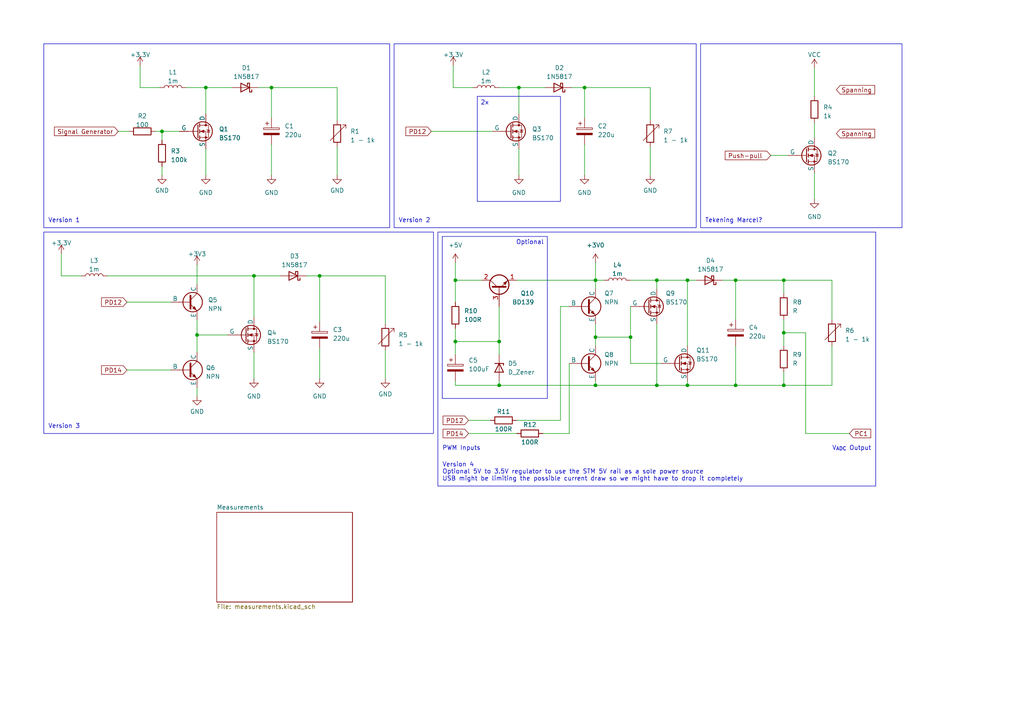
<source format=kicad_sch>
(kicad_sch (version 20230121) (generator eeschema)
  (paper "A4")
  (lib_symbols
    (symbol "Device:C_Polarized" (pin_numbers hide) (pin_names (offset 0.254))
      (property "Reference" "C" (at 0.635 2.54 0))
      (property "Value" "C_Polarized" (at 0.635 -2.54 0))
      (symbol "C_Polarized_0_1"
        (rectangle (start -2.286 0.508) (end 2.286 1.016))
        (polyline (pts (xy -1.778 2.286) (xy -0.762 2.286)))
        (polyline (pts (xy -1.27 2.794) (xy -1.27 1.778)))
        (rectangle (start 2.286 -0.508) (end -2.286 -1.016) (fill (type outline)))
      )
      (symbol "C_Polarized_1_1"
        (pin passive line (at 0 3.81 270) (length 2.794) (name "~") (number "1"))
        (pin passive line (at 0 -3.81 90) (length 2.794) (name "~") (number "2"))
      )
    )
    (symbol "Device:D_Schottky" (pin_numbers hide) (pin_names (offset 1.016) hide)
      (property "Reference" "D" (at 0 2.54 0))
      (property "Value" "D_Schottky" (at 0 -2.54 0))
      (symbol "D_Schottky_0_1"
        (polyline (pts (xy 1.27 0) (xy -1.27 0)))
        (polyline (pts (xy 1.27 1.27) (xy 1.27 -1.27) (xy -1.27 0) (xy 1.27 1.27)) (stroke (width 0.254)))
        (polyline (pts (xy -1.905 0.635) (xy -1.905 1.27) (xy -1.27 1.27) (xy -1.27 -1.27) (xy -0.635 -1.27) (xy -0.635 -0.635)) (stroke (width 0.254)))
      )
      (symbol "D_Schottky_1_1"
        (pin passive line (at -3.81 0 0) (length 2.54) (name "K") (number "1"))
        (pin passive line (at 3.81 0 180) (length 2.54) (name "A") (number "2"))
      )
    )
    (symbol "Device:D_Zener" (pin_numbers hide) (pin_names (offset 1.016) hide)
      (property "Reference" "D" (at 0 2.54 0))
      (property "Value" "D_Zener" (at 0 -2.54 0))
      (symbol "D_Zener_0_1"
        (polyline (pts (xy 1.27 0) (xy -1.27 0)))
        (polyline (pts (xy -1.27 -1.27) (xy -1.27 1.27) (xy -0.762 1.27)) (stroke (width 0.254)))
        (polyline (pts (xy 1.27 -1.27) (xy 1.27 1.27) (xy -1.27 0) (xy 1.27 -1.27)) (stroke (width 0.254)))
      )
      (symbol "D_Zener_1_1"
        (pin passive line (at -3.81 0 0) (length 2.54) (name "K") (number "1"))
        (pin passive line (at 3.81 0 180) (length 2.54) (name "A") (number "2"))
      )
    )
    (symbol "Device:L" (pin_numbers hide) (pin_names (offset 1.016) hide)
      (property "Reference" "L" (at -1.27 0 90))
      (property "Value" "L" (at 1.905 0 90))
      (symbol "L_0_1"
        (arc (start 0 -2.54) (mid 0.6323 -1.905) (end 0 -1.27))
        (arc (start 0 -1.27) (mid 0.6323 -0.635) (end 0 0))
        (arc (start 0 0) (mid 0.6323 0.635) (end 0 1.27))
        (arc (start 0 1.27) (mid 0.6323 1.905) (end 0 2.54))
      )
      (symbol "L_1_1"
        (pin passive line (at 0 3.81 270) (length 1.27) (name "1") (number "1"))
        (pin passive line (at 0 -3.81 90) (length 1.27) (name "2") (number "2"))
      )
    )
    (symbol "Device:R" (pin_numbers hide) (pin_names (offset 0))
      (property "Reference" "R" (at 2.032 0 90))
      (property "Value" "R" (at 0 0 90))
      (symbol "R_0_1"
        (rectangle (start -1.016 -2.54) (end 1.016 2.54) (stroke (width 0.254)))
      )
      (symbol "R_1_1"
        (pin passive line (at 0 3.81 270) (length 1.27) (name "~") (number "1"))
        (pin passive line (at 0 -3.81 90) (length 1.27) (name "~") (number "2"))
      )
    )
    (symbol "Device:R_Variable" (pin_numbers hide) (pin_names (offset 0))
      (property "Reference" "R" (at 2.54 -2.54 90))
      (property "Value" "R_Variable" (at -2.54 -1.27 90))
      (symbol "R_Variable_0_1"
        (rectangle (start -1.016 -2.54) (end 1.016 2.54) (stroke (width 0.254)))
        (polyline (pts (xy 2.54 1.524) (xy 2.54 2.54) (xy 1.524 2.54) (xy 2.54 2.54) (xy -2.032 -2.032)))
      )
      (symbol "R_Variable_1_1"
        (pin passive line (at 0 3.81 270) (length 1.27) (name "~") (number "1"))
        (pin passive line (at 0 -3.81 90) (length 1.27) (name "~") (number "2"))
      )
    )
    (symbol "Simulation_SPICE:NMOS" (pin_numbers hide) (pin_names (offset 0))
      (property "Reference" "Q" (at 5.08 1.27 0))
      (property "Value" "NMOS" (at 5.08 -1.27 0))
      (symbol "NMOS_0_1"
        (polyline (pts (xy 0.254 0) (xy -2.54 0)))
        (polyline (pts (xy 0.254 1.905) (xy 0.254 -1.905)) (stroke (width 0.254)))
        (polyline (pts (xy 0.762 -1.27) (xy 0.762 -2.286)) (stroke (width 0.254)))
        (polyline (pts (xy 0.762 0.508) (xy 0.762 -0.508)) (stroke (width 0.254)))
        (polyline (pts (xy 0.762 2.286) (xy 0.762 1.27)) (stroke (width 0.254)))
        (polyline (pts (xy 2.54 2.54) (xy 2.54 1.778)))
        (polyline (pts (xy 2.54 -2.54) (xy 2.54 0) (xy 0.762 0)))
        (polyline (pts (xy 0.762 -1.778) (xy 3.302 -1.778) (xy 3.302 1.778) (xy 0.762 1.778)))
        (polyline (pts (xy 1.016 0) (xy 2.032 0.381) (xy 2.032 -0.381) (xy 1.016 0)) (fill (type outline)))
        (polyline (pts (xy 2.794 0.508) (xy 2.921 0.381) (xy 3.683 0.381) (xy 3.81 0.254)))
        (polyline (pts (xy 3.302 0.381) (xy 2.921 -0.254) (xy 3.683 -0.254) (xy 3.302 0.381)))
        (circle (center 1.651 0) (radius 2.794) (stroke (width 0.254)))
        (circle (center 2.54 -1.778) (radius 0.254) (fill (type outline)))
        (circle (center 2.54 1.778) (radius 0.254) (fill (type outline)))
      )
      (symbol "NMOS_1_1"
        (pin passive line (at 2.54 5.08 270) (length 2.54) (name "D") (number "1"))
        (pin input line (at -5.08 0 0) (length 2.54) (name "G") (number "2"))
        (pin passive line (at 2.54 -5.08 90) (length 2.54) (name "S") (number "3"))
      )
    )
    (symbol "Simulation_SPICE:NPN" (pin_numbers hide) (pin_names (offset 0))
      (property "Reference" "Q" (at -2.54 7.62 0))
      (property "Value" "NPN" (at -2.54 5.08 0))
      (symbol "NPN_0_1"
        (polyline (pts (xy -2.54 0) (xy 0.635 0)) (stroke (width 0.1524)))
        (polyline (pts (xy 0.635 0.635) (xy 2.54 2.54)))
        (polyline (pts (xy 2.794 -1.27) (xy 2.794 -1.27)) (stroke (width 0.1524)))
        (polyline (pts (xy 2.794 -1.27) (xy 2.794 -1.27)) (stroke (width 0.1524)))
        (polyline (pts (xy 0.635 -0.635) (xy 2.54 -2.54) (xy 2.54 -2.54)))
        (polyline (pts (xy 0.635 1.905) (xy 0.635 -1.905) (xy 0.635 -1.905)) (stroke (width 0.508)))
        (polyline (pts (xy 1.27 -1.778) (xy 1.778 -1.27) (xy 2.286 -2.286) (xy 1.27 -1.778) (xy 1.27 -1.778)) (fill (type outline)))
        (circle (center 1.27 0) (radius 2.8194) (stroke (width 0.254)))
      )
      (symbol "NPN_1_1"
        (pin open_collector line (at 2.54 5.08 270) (length 2.54) (name "C") (number "1"))
        (pin input line (at -5.08 0 0) (length 2.54) (name "B") (number "2"))
        (pin open_emitter line (at 2.54 -5.08 90) (length 2.54) (name "E") (number "3"))
      )
    )
    (symbol "Transistor_BJT:BD139" (pin_names (offset 0) hide)
      (property "Reference" "Q" (at 5.08 1.905 0))
      (property "Value" "BD139" (at 5.08 0 0))
      (symbol "BD139_0_1"
        (polyline (pts (xy 0 0) (xy 0.635 0)))
        (polyline (pts (xy 2.54 -2.54) (xy 0.635 -0.635)))
        (polyline (pts (xy 2.54 2.54) (xy 0.635 0.635)))
        (polyline (pts (xy 0.635 1.905) (xy 0.635 -1.905) (xy 0.635 -1.905)) (stroke (width 0.508)) (fill (type outline)))
        (polyline (pts (xy 1.2446 -1.778) (xy 1.7526 -1.27) (xy 2.286 -2.286) (xy 1.2446 -1.778) (xy 1.2446 -1.778)) (fill (type outline)))
        (circle (center 1.27 0) (radius 2.8194) (stroke (width 0.3048)))
      )
      (symbol "BD139_1_1"
        (pin passive line (at 2.54 -5.08 90) (length 2.54) (name "E") (number "1"))
        (pin passive line (at 2.54 5.08 270) (length 2.54) (name "C") (number "2"))
        (pin input line (at -5.08 0 0) (length 5.08) (name "B") (number "3"))
      )
    )
    (symbol "power:+3.3V" (power) (pin_names (offset 0))
      (property "Value" "+3.3V" (at 0 3.556 0))
      (symbol "+3.3V_0_1"
        (polyline (pts (xy -0.762 1.27) (xy 0 2.54)))
        (polyline (pts (xy 0 0) (xy 0 2.54)))
        (polyline (pts (xy 0 2.54) (xy 0.762 1.27)))
      )
      (symbol "+3.3V_1_1"
        (pin power_in line (at 0 0 90) (length 0) hide (name "+3.3V") (number "1"))
      )
    )
    (symbol "power:+3V0" (power) (pin_names (offset 0))
      (property "Value" "+3V0" (at 0 3.556 0))
      (symbol "+3V0_0_1"
        (polyline (pts (xy -0.762 1.27) (xy 0 2.54)))
        (polyline (pts (xy 0 0) (xy 0 2.54)))
        (polyline (pts (xy 0 2.54) (xy 0.762 1.27)))
      )
      (symbol "+3V0_1_1"
        (pin power_in line (at 0 0 90) (length 0) hide (name "+3V0") (number "1"))
      )
    )
    (symbol "power:+3V3" (power) (pin_names (offset 0))
      (property "Value" "+3V3" (at 0 3.556 0))
      (symbol "+3V3_0_1"
        (polyline (pts (xy -0.762 1.27) (xy 0 2.54)))
        (polyline (pts (xy 0 0) (xy 0 2.54)))
        (polyline (pts (xy 0 2.54) (xy 0.762 1.27)))
      )
      (symbol "+3V3_1_1"
        (pin power_in line (at 0 0 90) (length 0) hide (name "+3V3") (number "1"))
      )
    )
    (symbol "power:+5V" (power) (pin_names (offset 0))
      (property "Value" "+5V" (at 0 3.556 0))
      (symbol "+5V_0_1"
        (polyline (pts (xy -0.762 1.27) (xy 0 2.54)))
        (polyline (pts (xy 0 0) (xy 0 2.54)))
        (polyline (pts (xy 0 2.54) (xy 0.762 1.27)))
      )
      (symbol "+5V_1_1"
        (pin power_in line (at 0 0 90) (length 0) hide (name "+5V") (number "1"))
      )
    )
    (symbol "power:GND" (power) (pin_names (offset 0))
      (property "Value" "GND" (at 0 -3.81 0))
      (symbol "GND_0_1"
        (polyline (pts (xy 0 0) (xy 0 -1.27) (xy 1.27 -1.27) (xy 0 -2.54) (xy -1.27 -1.27) (xy 0 -1.27)))
      )
      (symbol "GND_1_1"
        (pin power_in line (at 0 0 270) (length 0) hide (name "GND") (number "1"))
      )
    )
    (symbol "power:VCC" (power) (pin_names (offset 0))
      (property "Value" "VCC" (at 0 3.81 0))
      (symbol "VCC_0_1"
        (polyline (pts (xy -0.762 1.27) (xy 0 2.54)))
        (polyline (pts (xy 0 0) (xy 0 2.54)))
        (polyline (pts (xy 0 2.54) (xy 0.762 1.27)))
      )
      (symbol "VCC_1_1"
        (pin power_in line (at 0 0 90) (length 0) hide (name "VCC") (number "1"))
      )
    )
  )
  (junction (at 78.74 25.4))
  (junction (at 92.71 80.01))
  (junction (at 199.39 111.76))
  (junction (at 172.72 97.79))
  (junction (at 213.36 111.76))
  (junction (at 190.5 111.76))
  (junction (at 199.39 81.28))
  (junction (at 169.545 25.4))
  (junction (at 150.495 25.4))
  (junction (at 227.33 111.76))
  (junction (at 46.99 38.1))
  (junction (at 190.5 81.28))
  (junction (at 132.08 81.28))
  (junction (at 227.33 96.52))
  (junction (at 132.08 99.06))
  (junction (at 57.15 97.155))
  (junction (at 172.72 81.28))
  (junction (at 172.72 111.76))
  (junction (at 73.66 80.01))
  (junction (at 227.33 81.28))
  (junction (at 144.78 111.76))
  (junction (at 144.78 99.06))
  (junction (at 59.69 25.4))
  (junction (at 182.88 97.79))
  (junction (at 213.36 81.28))
  (wire (pts (xy 59.69 43.18) (xy 59.69 50.8)))
  (wire (pts (xy 165.1 125.73) (xy 165.1 105.41)))
  (wire (pts (xy 227.33 111.76) (xy 241.3 111.76)))
  (wire (pts (xy 227.33 96.52) (xy 227.33 100.33)))
  (wire (pts (xy 131.445 25.4) (xy 137.16 25.4)))
  (wire (pts (xy 57.15 76.835) (xy 57.15 82.55)))
  (wire (pts (xy 227.33 81.28) (xy 227.33 85.09)))
  (wire (pts (xy 144.78 25.4) (xy 150.495 25.4)))
  (wire (pts (xy 190.5 81.28) (xy 199.39 81.28)))
  (wire (pts (xy 73.66 102.235) (xy 73.66 109.855)))
  (wire (pts (xy 150.495 25.4) (xy 158.115 25.4)))
  (wire (pts (xy 78.74 34.29) (xy 78.74 25.4)))
  (wire (pts (xy 172.72 110.49) (xy 172.72 111.76)))
  (wire (pts (xy 125.095 38.1) (xy 142.875 38.1)))
  (wire (pts (xy 227.33 81.28) (xy 241.3 81.28)))
  (wire (pts (xy 213.36 92.71) (xy 213.36 81.28)))
  (wire (pts (xy 131.445 19.05) (xy 131.445 25.4)))
  (wire (pts (xy 92.71 80.01) (xy 88.9 80.01)))
  (wire (pts (xy 172.72 76.2) (xy 172.72 81.28)))
  (wire (pts (xy 182.88 88.9) (xy 182.88 97.79)))
  (wire (pts (xy 46.99 38.1) (xy 46.99 40.64)))
  (wire (pts (xy 182.88 97.79) (xy 172.72 97.79)))
  (wire (pts (xy 46.99 38.1) (xy 52.07 38.1)))
  (wire (pts (xy 132.08 99.06) (xy 144.78 99.06)))
  (wire (pts (xy 53.975 25.4) (xy 59.69 25.4)))
  (wire (pts (xy 199.39 81.28) (xy 201.93 81.28)))
  (wire (pts (xy 97.79 34.925) (xy 97.79 25.4)))
  (wire (pts (xy 92.71 93.345) (xy 92.71 80.01)))
  (wire (pts (xy 172.72 111.76) (xy 190.5 111.76)))
  (wire (pts (xy 111.76 80.01) (xy 92.71 80.01)))
  (wire (pts (xy 213.36 100.33) (xy 213.36 111.76)))
  (wire (pts (xy 132.08 110.49) (xy 132.08 111.76)))
  (wire (pts (xy 149.86 121.92) (xy 162.56 121.92)))
  (wire (pts (xy 190.5 111.76) (xy 199.39 111.76)))
  (wire (pts (xy 182.88 81.28) (xy 190.5 81.28)))
  (wire (pts (xy 236.22 19.685) (xy 236.22 27.94)))
  (wire (pts (xy 17.78 80.01) (xy 23.495 80.01)))
  (wire (pts (xy 213.36 111.76) (xy 227.33 111.76)))
  (wire (pts (xy 150.495 43.18) (xy 150.495 50.8)))
  (wire (pts (xy 227.33 107.95) (xy 227.33 111.76)))
  (wire (pts (xy 59.69 25.4) (xy 67.31 25.4)))
  (wire (pts (xy 34.29 38.1) (xy 37.465 38.1)))
  (wire (pts (xy 169.545 41.91) (xy 169.545 50.8)))
  (wire (pts (xy 57.15 92.71) (xy 57.15 97.155)))
  (wire (pts (xy 132.08 81.28) (xy 139.7 81.28)))
  (wire (pts (xy 209.55 81.28) (xy 213.36 81.28)))
  (wire (pts (xy 132.08 81.28) (xy 132.08 87.63)))
  (wire (pts (xy 233.68 125.73) (xy 233.68 96.52)))
  (wire (pts (xy 162.56 88.9) (xy 165.1 88.9)))
  (wire (pts (xy 73.66 80.01) (xy 81.28 80.01)))
  (wire (pts (xy 190.5 81.28) (xy 190.5 83.82)))
  (wire (pts (xy 59.69 25.4) (xy 59.69 33.02)))
  (wire (pts (xy 150.495 25.4) (xy 150.495 33.02)))
  (wire (pts (xy 57.15 97.155) (xy 66.04 97.155)))
  (wire (pts (xy 199.39 110.49) (xy 199.39 111.76)))
  (wire (pts (xy 132.08 95.25) (xy 132.08 99.06)))
  (wire (pts (xy 40.64 25.4) (xy 46.355 25.4)))
  (wire (pts (xy 213.36 81.28) (xy 227.33 81.28)))
  (wire (pts (xy 172.72 93.98) (xy 172.72 97.79)))
  (wire (pts (xy 246.38 125.73) (xy 233.68 125.73)))
  (wire (pts (xy 144.78 88.9) (xy 144.78 99.06)))
  (wire (pts (xy 57.15 97.155) (xy 57.15 102.235)))
  (wire (pts (xy 241.3 100.33) (xy 241.3 111.76)))
  (wire (pts (xy 144.78 110.49) (xy 144.78 111.76)))
  (wire (pts (xy 227.33 92.71) (xy 227.33 96.52)))
  (wire (pts (xy 135.89 121.92) (xy 142.24 121.92)))
  (wire (pts (xy 31.115 80.01) (xy 73.66 80.01)))
  (wire (pts (xy 132.08 111.76) (xy 144.78 111.76)))
  (wire (pts (xy 111.76 101.6) (xy 111.76 109.855)))
  (wire (pts (xy 199.39 111.76) (xy 213.36 111.76)))
  (wire (pts (xy 78.74 41.91) (xy 78.74 50.8)))
  (wire (pts (xy 169.545 34.29) (xy 169.545 25.4)))
  (wire (pts (xy 135.89 125.73) (xy 149.86 125.73)))
  (wire (pts (xy 36.83 107.315) (xy 49.53 107.315)))
  (wire (pts (xy 111.76 80.01) (xy 111.76 93.98)))
  (wire (pts (xy 190.5 93.98) (xy 190.5 111.76)))
  (wire (pts (xy 45.085 38.1) (xy 46.99 38.1)))
  (wire (pts (xy 188.595 25.4) (xy 169.545 25.4)))
  (wire (pts (xy 188.595 34.925) (xy 188.595 25.4)))
  (wire (pts (xy 191.77 105.41) (xy 182.88 105.41)))
  (wire (pts (xy 144.78 99.06) (xy 144.78 102.87)))
  (wire (pts (xy 233.68 96.52) (xy 227.33 96.52)))
  (wire (pts (xy 236.22 35.56) (xy 236.22 40.005)))
  (wire (pts (xy 97.79 25.4) (xy 78.74 25.4)))
  (wire (pts (xy 36.83 87.63) (xy 49.53 87.63)))
  (wire (pts (xy 169.545 25.4) (xy 165.735 25.4)))
  (wire (pts (xy 172.72 81.28) (xy 172.72 83.82)))
  (wire (pts (xy 78.74 25.4) (xy 74.93 25.4)))
  (wire (pts (xy 97.79 42.545) (xy 97.79 50.8)))
  (wire (pts (xy 40.64 19.05) (xy 40.64 25.4)))
  (wire (pts (xy 241.3 81.28) (xy 241.3 92.71)))
  (wire (pts (xy 172.72 81.28) (xy 175.26 81.28)))
  (wire (pts (xy 182.88 105.41) (xy 182.88 97.79)))
  (wire (pts (xy 144.78 111.76) (xy 172.72 111.76)))
  (wire (pts (xy 223.52 45.085) (xy 228.6 45.085)))
  (wire (pts (xy 132.08 76.2) (xy 132.08 81.28)))
  (wire (pts (xy 172.72 97.79) (xy 172.72 100.33)))
  (wire (pts (xy 236.22 50.165) (xy 236.22 57.785)))
  (wire (pts (xy 92.71 100.965) (xy 92.71 109.855)))
  (wire (pts (xy 132.08 99.06) (xy 132.08 102.87)))
  (wire (pts (xy 46.99 48.26) (xy 46.99 50.8)))
  (wire (pts (xy 149.86 81.28) (xy 172.72 81.28)))
  (wire (pts (xy 73.66 80.01) (xy 73.66 92.075)))
  (wire (pts (xy 17.78 73.66) (xy 17.78 80.01)))
  (wire (pts (xy 188.595 42.545) (xy 188.595 50.8)))
  (wire (pts (xy 199.39 81.28) (xy 199.39 100.33)))
  (wire (pts (xy 57.15 112.395) (xy 57.15 114.935)))
  (wire (pts (xy 162.56 121.92) (xy 162.56 88.9)))
  (wire (pts (xy 157.48 125.73) (xy 165.1 125.73)))
  (rectangle (start 127 67.31) (end 254 140.97))
  (rectangle (start 128.27 68.58) (end 158.75 115.57))
  (rectangle (start 12.7 67.31) (end 125.73 125.73))
  (rectangle (start 12.7 12.7) (end 113.03 66.04))
  (rectangle (start 114.3 12.7) (end 201.93 66.04))
  (rectangle (start 203.2 12.7) (end 261.62 66.04))
  (text_box "2x" (at 138.43 27.94 0) (size 24.13 30.48) (effects (font (size 1.27 1.27)) (justify left top)))
  (text "Version 4\nOptional 5V to 3.5V regulator to use the STM 5V rail as a sole power source\nUSB might be limiting the possible current draw so we might have to drop it completely" (at 128.27 139.7 0) (effects (font (size 1.27 1.27)) (justify left bottom)))
  (text "Version 2" (at 115.57 64.77 0) (effects (font (size 1.27 1.27)) (justify left bottom)))
  (text "V_{ADC} Output" (at 252.73 130.81 0) (effects (font (size 1.27 1.27)) (justify right bottom)))
  (text "Tekening Marcel?" (at 204.47 64.77 0) (effects (font (size 1.27 1.27)) (justify left bottom)))
  (text "Version 3" (at 13.97 124.46 0) (effects (font (size 1.27 1.27)) (justify left bottom)))
  (text "Optional " (at 158.75 71.12 0) (effects (font (size 1.27 1.27)) (justify right bottom)))
  (text "PWM Inputs" (at 128.27 130.81 0) (effects (font (size 1.27 1.27)) (justify left bottom)))
  (text "Version 1\n" (at 13.97 64.77 0) (effects (font (size 1.27 1.27)) (justify left bottom)))
  (global_label "Spanning" (shape input) (at 242.57 26.035 0) (property "Intersheetrefs" "${INTERSHEET_REFS}" (effects hide)))
  (global_label "Push-pull " (shape input) (at 223.52 45.085 180) (property "Intersheetrefs" "${INTERSHEET_REFS}" (effects hide)))
  (global_label "PD12" (shape input) (at 135.89 121.92 180) (property "Intersheetrefs" "${INTERSHEET_REFS}" (effects hide)))
  (global_label "PD14" (shape input) (at 36.83 107.315 180) (property "Intersheetrefs" "${INTERSHEET_REFS}" (effects hide)))
  (global_label "PC1" (shape input) (at 246.38 125.73 0) (property "Intersheetrefs" "${INTERSHEET_REFS}" (effects hide)))
  (global_label "PD12" (shape input) (at 36.83 87.63 180) (property "Intersheetrefs" "${INTERSHEET_REFS}" (effects hide)))
  (global_label "PD14" (shape input) (at 135.89 125.73 180) (property "Intersheetrefs" "${INTERSHEET_REFS}" (effects hide)))
  (global_label "Spanning" (shape input) (at 242.57 38.735 0) (property "Intersheetrefs" "${INTERSHEET_REFS}" (effects hide)))
  (global_label "Signal Generator" (shape input) (at 34.29 38.1 180) (property "Intersheetrefs" "${INTERSHEET_REFS}" (effects hide)))
  (global_label "PD12" (shape input) (at 125.095 38.1 180) (property "Intersheetrefs" "${INTERSHEET_REFS}" (effects hide)))
  (symbol (lib_id "Device:R") (at 41.275 38.1 90) (unit 1)
    (property "Reference" "R2" (at 41.275 33.655 90))
    (property "Value" "100" (at 41.275 36.195 90))
  )
  (symbol (lib_id "Simulation_SPICE:NPN") (at 170.18 105.41 0) (unit 1)
    (property "Reference" "Q8" (at 175.26 102.87 0) (effects (justify left)))
    (property "Value" "NPN" (at 175.26 105.41 0) (effects (justify left)))
    (property "Sim.Device" "NPN" (effects hide))
    (property "Sim.Type" "GUMMELPOON" (effects hide))
    (property "Sim.Pins" "1=C 2=B 3=E" (effects hide))
  )
  (symbol (lib_id "power:GND") (at 150.495 50.8 0) (unit 1)
    (property "Reference" "#PWR010" (effects hide))
    (property "Value" "GND" (at 150.495 55.88 0))
  )
  (symbol (lib_id "power:GND") (at 46.99 50.8 0) (unit 1)
    (property "Reference" "#PWR04" (effects hide))
    (property "Value" "GND" (at 46.99 55.245 0))
  )
  (symbol (lib_id "power:+3.3V") (at 131.445 19.05 0) (unit 1)
    (property "Reference" "#PWR08" (effects hide))
    (property "Value" "+3.3V" (at 131.445 15.875 0))
  )
  (symbol (lib_id "Device:D_Zener") (at 144.78 106.68 270) (unit 1)
    (property "Reference" "D5" (at 147.32 105.41 90) (effects (justify left)))
    (property "Value" "D_Zener" (at 147.32 107.95 90) (effects (justify left)))
  )
  (symbol (lib_id "Device:D_Schottky") (at 205.74 81.28 180) (unit 1)
    (property "Reference" "D4" (at 206.0575 75.565 0))
    (property "Value" "1N5817" (at 206.0575 78.105 0))
  )
  (symbol (lib_id "Device:R") (at 132.08 91.44 0) (unit 1)
    (property "Reference" "R10" (at 134.62 90.17 0) (effects (justify left)))
    (property "Value" "100R" (at 134.62 92.71 0) (effects (justify left)))
  )
  (symbol (lib_id "Simulation_SPICE:NMOS") (at 187.96 88.9 0) (unit 1)
    (property "Reference" "Q9" (at 193.04 85.09 0) (effects (justify left)))
    (property "Value" "BS170" (at 193.04 87.63 0) (effects (justify left)))
    (property "Datasheet" "https://ngspice.sourceforge.io/docs/ngspice-manual.pdf" (effects hide))
    (property "Sim.Device" "NMOS" (effects hide))
    (property "Sim.Type" "VDMOS" (effects hide))
    (property "Sim.Pins" "1=D 2=G 3=S" (effects hide))
  )
  (symbol (lib_id "power:GND") (at 97.79 50.8 0) (unit 1)
    (property "Reference" "#PWR05" (effects hide))
    (property "Value" "GND" (at 97.79 55.245 0))
  )
  (symbol (lib_id "Device:C_Polarized") (at 132.08 106.68 0) (unit 1)
    (property "Reference" "C5" (at 135.89 104.521 0) (effects (justify left)))
    (property "Value" "100uF" (at 135.89 107.061 0) (effects (justify left)))
  )
  (symbol (lib_id "Simulation_SPICE:NMOS") (at 233.68 45.085 0) (unit 1)
    (property "Reference" "Q2" (at 240.03 44.45 0) (effects (justify left)))
    (property "Value" "BS170" (at 240.03 46.99 0) (effects (justify left)))
    (property "Datasheet" "https://ngspice.sourceforge.io/docs/ngspice-manual.pdf" (effects hide))
    (property "Sim.Device" "NMOS" (effects hide))
    (property "Sim.Type" "VDMOS" (effects hide))
    (property "Sim.Pins" "1=D 2=G 3=S" (effects hide))
  )
  (symbol (lib_id "Simulation_SPICE:NPN") (at 170.18 88.9 0) (unit 1)
    (property "Reference" "Q7" (at 175.26 85.09 0) (effects (justify left)))
    (property "Value" "NPN" (at 175.26 87.63 0) (effects (justify left)))
    (property "Sim.Device" "NPN" (effects hide))
    (property "Sim.Type" "GUMMELPOON" (effects hide))
    (property "Sim.Pins" "1=C 2=B 3=E" (effects hide))
  )
  (symbol (lib_id "Device:D_Schottky") (at 161.925 25.4 180) (unit 1)
    (property "Reference" "D2" (at 162.2425 19.685 0))
    (property "Value" "1N5817" (at 162.2425 22.225 0))
  )
  (symbol (lib_id "Device:R_Variable") (at 111.76 97.79 0) (unit 1)
    (property "Reference" "R5" (at 115.57 97.155 0) (effects (justify left)))
    (property "Value" "1 - 1k" (at 115.57 99.695 0) (effects (justify left)))
  )
  (symbol (lib_id "Device:L") (at 50.165 25.4 90) (unit 1)
    (property "Reference" "L1" (at 50.165 20.955 90))
    (property "Value" "1m" (at 50.165 23.495 90))
  )
  (symbol (lib_id "Transistor_BJT:BD139") (at 144.78 83.82 90) (unit 1)
    (property "Reference" "Q10" (at 154.94 85.09 90) (effects (justify left)))
    (property "Value" "BD139" (at 154.94 87.63 90) (effects (justify left)))
    (property "Footprint" "Package_TO_SOT_THT:TO-126-3_Vertical" (effects hide))
    (property "Datasheet" "http://www.st.com/internet/com/TECHNICAL_RESOURCES/TECHNICAL_LITERATURE/DATASHEET/CD00001225.pdf" (effects hide))
  )
  (symbol (lib_id "power:+5V") (at 132.08 76.2 0) (unit 1)
    (property "Reference" "#PWR018" (effects hide))
    (property "Value" "+5V" (at 132.08 71.12 0))
  )
  (symbol (lib_id "Device:L") (at 140.97 25.4 90) (unit 1)
    (property "Reference" "L2" (at 140.97 20.955 90))
    (property "Value" "1m" (at 140.97 23.495 90))
  )
  (symbol (lib_id "power:+3V0") (at 172.72 76.2 0) (unit 1)
    (property "Reference" "#PWR019" (effects hide))
    (property "Value" "+3V0" (at 172.72 71.12 0))
  )
  (symbol (lib_id "Device:D_Schottky") (at 71.12 25.4 180) (unit 1)
    (property "Reference" "D1" (at 71.4375 19.685 0))
    (property "Value" "1N5817" (at 71.4375 22.225 0))
  )
  (symbol (lib_id "Simulation_SPICE:NMOS") (at 147.955 38.1 0) (unit 1)
    (property "Reference" "Q3" (at 154.305 37.465 0) (effects (justify left)))
    (property "Value" "BS170" (at 154.305 40.005 0) (effects (justify left)))
    (property "Datasheet" "https://ngspice.sourceforge.io/docs/ngspice-manual.pdf" (effects hide))
    (property "Sim.Device" "NMOS" (effects hide))
    (property "Sim.Type" "VDMOS" (effects hide))
    (property "Sim.Pins" "1=D 2=G 3=S" (effects hide))
  )
  (symbol (lib_id "Device:R") (at 146.05 121.92 90) (unit 1)
    (property "Reference" "R11" (at 146.05 119.38 90))
    (property "Value" "100R" (at 146.05 124.46 90))
  )
  (symbol (lib_id "Device:C_Polarized") (at 213.36 96.52 0) (unit 1)
    (property "Reference" "C4" (at 217.17 94.996 0) (effects (justify left)))
    (property "Value" "220u" (at 217.17 97.536 0) (effects (justify left)))
  )
  (symbol (lib_id "Device:D_Schottky") (at 85.09 80.01 180) (unit 1)
    (property "Reference" "D3" (at 85.4075 74.295 0))
    (property "Value" "1N5817" (at 85.4075 76.835 0))
  )
  (symbol (lib_id "Simulation_SPICE:NPN") (at 54.61 107.315 0) (unit 1)
    (property "Reference" "Q6" (at 59.69 106.68 0) (effects (justify left)))
    (property "Value" "NPN" (at 59.69 109.22 0) (effects (justify left)))
    (property "Sim.Device" "NPN" (effects hide))
    (property "Sim.Type" "GUMMELPOON" (effects hide))
    (property "Sim.Pins" "1=C 2=B 3=E" (effects hide))
  )
  (symbol (lib_id "power:GND") (at 169.545 50.8 0) (unit 1)
    (property "Reference" "#PWR011" (effects hide))
    (property "Value" "GND" (at 169.545 55.88 0))
  )
  (symbol (lib_id "power:GND") (at 92.71 109.855 0) (unit 1)
    (property "Reference" "#PWR014" (effects hide))
    (property "Value" "GND" (at 92.71 114.935 0))
  )
  (symbol (lib_id "Device:R") (at 227.33 104.14 0) (unit 1)
    (property "Reference" "R9" (at 229.87 102.87 0) (effects (justify left)))
    (property "Value" "R" (at 229.87 105.41 0) (effects (justify left)))
  )
  (symbol (lib_id "Simulation_SPICE:NMOS") (at 57.15 38.1 0) (unit 1)
    (property "Reference" "Q1" (at 63.5 37.465 0) (effects (justify left)))
    (property "Value" "BS170" (at 63.5 40.005 0) (effects (justify left)))
    (property "Datasheet" "https://ngspice.sourceforge.io/docs/ngspice-manual.pdf" (effects hide))
    (property "Sim.Device" "NMOS" (effects hide))
    (property "Sim.Type" "VDMOS" (effects hide))
    (property "Sim.Pins" "1=D 2=G 3=S" (effects hide))
  )
  (symbol (lib_id "power:+3.3V") (at 17.78 73.66 0) (unit 1)
    (property "Reference" "#PWR09" (effects hide))
    (property "Value" "+3.3V" (at 17.78 70.485 0))
  )
  (symbol (lib_id "power:+3.3V") (at 40.64 19.05 0) (unit 1)
    (property "Reference" "#PWR01" (effects hide))
    (property "Value" "+3.3V" (at 40.64 15.875 0))
  )
  (symbol (lib_id "Device:C_Polarized") (at 169.545 38.1 0) (unit 1)
    (property "Reference" "C2" (at 173.355 36.576 0) (effects (justify left)))
    (property "Value" "220u" (at 173.355 39.116 0) (effects (justify left)))
  )
  (symbol (lib_id "power:GND") (at 111.76 109.855 0) (unit 1)
    (property "Reference" "#PWR015" (effects hide))
    (property "Value" "GND" (at 111.76 114.3 0))
  )
  (symbol (lib_id "power:+3V3") (at 57.15 76.835 0) (unit 1)
    (property "Reference" "#PWR017" (effects hide))
    (property "Value" "+3V3" (at 57.15 73.66 0))
  )
  (symbol (lib_id "Device:C_Polarized") (at 78.74 38.1 0) (unit 1)
    (property "Reference" "C1" (at 82.55 36.576 0) (effects (justify left)))
    (property "Value" "220u" (at 82.55 39.116 0) (effects (justify left)))
  )
  (symbol (lib_id "Device:R") (at 227.33 88.9 0) (unit 1)
    (property "Reference" "R8" (at 229.87 87.63 0) (effects (justify left)))
    (property "Value" "R" (at 229.87 90.17 0) (effects (justify left)))
  )
  (symbol (lib_id "Device:R_Variable") (at 188.595 38.735 0) (unit 1)
    (property "Reference" "R7" (at 192.405 38.1 0) (effects (justify left)))
    (property "Value" "1 - 1k" (at 192.405 40.64 0) (effects (justify left)))
  )
  (symbol (lib_id "Device:R_Variable") (at 241.3 96.52 0) (unit 1)
    (property "Reference" "R6" (at 245.11 95.885 0) (effects (justify left)))
    (property "Value" "1 - 1k" (at 245.11 98.425 0) (effects (justify left)))
  )
  (symbol (lib_id "Device:R_Variable") (at 97.79 38.735 0) (unit 1)
    (property "Reference" "R1" (at 101.6 38.1 0) (effects (justify left)))
    (property "Value" "1 - 1k" (at 101.6 40.64 0) (effects (justify left)))
  )
  (symbol (lib_id "Device:R") (at 153.67 125.73 270) (unit 1)
    (property "Reference" "R12" (at 153.67 123.19 90))
    (property "Value" "100R" (at 153.67 128.27 90))
  )
  (symbol (lib_id "Simulation_SPICE:NMOS") (at 196.85 105.41 0) (unit 1)
    (property "Reference" "Q11" (at 201.93 101.6 0) (effects (justify left)))
    (property "Value" "BS170" (at 201.93 104.14 0) (effects (justify left)))
    (property "Datasheet" "https://ngspice.sourceforge.io/docs/ngspice-manual.pdf" (effects hide))
    (property "Sim.Device" "NMOS" (effects hide))
    (property "Sim.Type" "VDMOS" (effects hide))
    (property "Sim.Pins" "1=D 2=G 3=S" (effects hide))
  )
  (symbol (lib_id "power:GND") (at 236.22 57.785 0) (unit 1)
    (property "Reference" "#PWR06" (effects hide))
    (property "Value" "GND" (at 236.22 62.865 0))
  )
  (symbol (lib_id "power:GND") (at 188.595 50.8 0) (unit 1)
    (property "Reference" "#PWR012" (effects hide))
    (property "Value" "GND" (at 188.595 55.245 0))
  )
  (symbol (lib_id "Device:L") (at 27.305 80.01 90) (unit 1)
    (property "Reference" "L3" (at 27.305 75.565 90))
    (property "Value" "1m" (at 27.305 78.105 90))
  )
  (symbol (lib_id "power:GND") (at 57.15 114.935 0) (unit 1)
    (property "Reference" "#PWR016" (effects hide))
    (property "Value" "GND" (at 57.15 119.38 0))
  )
  (symbol (lib_id "Simulation_SPICE:NPN") (at 54.61 87.63 0) (unit 1)
    (property "Reference" "Q5" (at 60.325 86.995 0) (effects (justify left)))
    (property "Value" "NPN" (at 60.325 89.535 0) (effects (justify left)))
    (property "Sim.Device" "NPN" (effects hide))
    (property "Sim.Type" "GUMMELPOON" (effects hide))
    (property "Sim.Pins" "1=C 2=B 3=E" (effects hide))
  )
  (symbol (lib_id "power:GND") (at 78.74 50.8 0) (unit 1)
    (property "Reference" "#PWR03" (effects hide))
    (property "Value" "GND" (at 78.74 55.88 0))
  )
  (symbol (lib_id "Device:R") (at 236.22 31.75 0) (unit 1)
    (property "Reference" "R4" (at 238.76 31.115 0) (effects (justify left)))
    (property "Value" "1k" (at 238.76 33.655 0) (effects (justify left)))
  )
  (symbol (lib_id "Device:R") (at 46.99 44.45 180) (unit 1)
    (property "Reference" "R3" (at 49.53 43.815 0) (effects (justify right)))
    (property "Value" "100k" (at 49.53 46.355 0) (effects (justify right)))
  )
  (symbol (lib_id "power:GND") (at 73.66 109.855 0) (unit 1)
    (property "Reference" "#PWR013" (effects hide))
    (property "Value" "GND" (at 73.66 114.935 0))
  )
  (symbol (lib_id "power:GND") (at 59.69 50.8 0) (unit 1)
    (property "Reference" "#PWR02" (effects hide))
    (property "Value" "GND" (at 59.69 55.88 0))
  )
  (symbol (lib_id "Device:C_Polarized") (at 92.71 97.155 0) (unit 1)
    (property "Reference" "C3" (at 96.52 95.631 0) (effects (justify left)))
    (property "Value" "220u" (at 96.52 98.171 0) (effects (justify left)))
  )
  (symbol (lib_id "power:VCC") (at 236.22 19.685 0) (unit 1)
    (property "Reference" "#PWR07" (effects hide))
    (property "Value" "VCC" (at 236.22 15.875 0))
  )
  (symbol (lib_id "Simulation_SPICE:NMOS") (at 71.12 97.155 0) (unit 1)
    (property "Reference" "Q4" (at 77.47 96.52 0) (effects (justify left)))
    (property "Value" "BS170" (at 77.47 99.06 0) (effects (justify left)))
    (property "Datasheet" "https://ngspice.sourceforge.io/docs/ngspice-manual.pdf" (effects hide))
    (property "Sim.Device" "NMOS" (effects hide))
    (property "Sim.Type" "VDMOS" (effects hide))
    (property "Sim.Pins" "1=D 2=G 3=S" (effects hide))
  )
  (symbol (lib_id "Device:L") (at 179.07 81.28 90) (unit 1)
    (property "Reference" "L4" (at 179.07 76.835 90))
    (property "Value" "1m" (at 179.07 79.375 90))
  )
  (sheet (at 62.865 148.59) (size 39.37 26.035) (stroke (width 0.1524))
    (property "Sheetname" "Measurements" (at 62.865 147.8784 0) (effects (justify left bottom)))
    (property "Sheetfile" "measurements.kicad_sch" (at 62.865 175.2096 0) (effects (justify left top)))
  )
)
</source>
